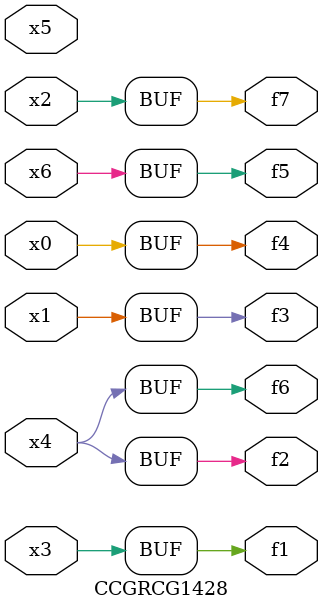
<source format=v>
module CCGRCG1428(
	input x0, x1, x2, x3, x4, x5, x6,
	output f1, f2, f3, f4, f5, f6, f7
);
	assign f1 = x3;
	assign f2 = x4;
	assign f3 = x1;
	assign f4 = x0;
	assign f5 = x6;
	assign f6 = x4;
	assign f7 = x2;
endmodule

</source>
